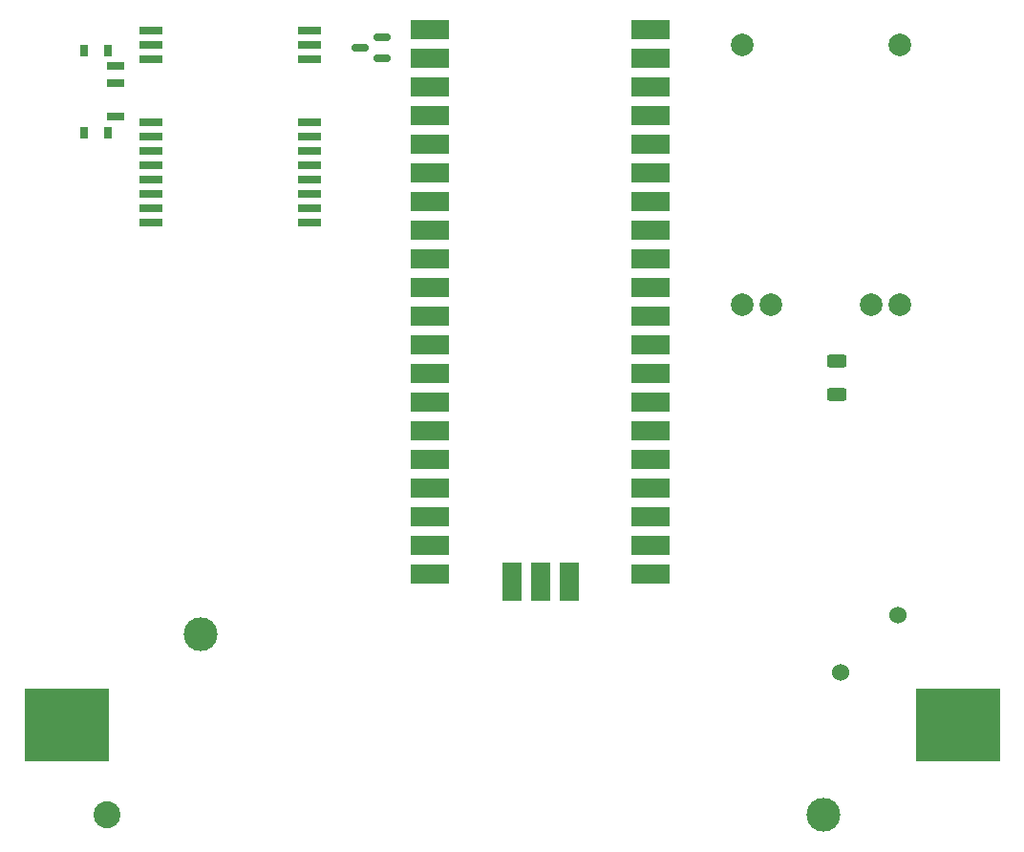
<source format=gbr>
%TF.GenerationSoftware,KiCad,Pcbnew,(6.0.6)*%
%TF.CreationDate,2022-11-03T15:56:01+01:00*%
%TF.ProjectId,Wasbeer-communicator,57617362-6565-4722-9d63-6f6d6d756e69,rev?*%
%TF.SameCoordinates,Original*%
%TF.FileFunction,Soldermask,Bot*%
%TF.FilePolarity,Negative*%
%FSLAX46Y46*%
G04 Gerber Fmt 4.6, Leading zero omitted, Abs format (unit mm)*
G04 Created by KiCad (PCBNEW (6.0.6)) date 2022-11-03 15:56:01*
%MOMM*%
%LPD*%
G01*
G04 APERTURE LIST*
G04 Aperture macros list*
%AMRoundRect*
0 Rectangle with rounded corners*
0 $1 Rounding radius*
0 $2 $3 $4 $5 $6 $7 $8 $9 X,Y pos of 4 corners*
0 Add a 4 corners polygon primitive as box body*
4,1,4,$2,$3,$4,$5,$6,$7,$8,$9,$2,$3,0*
0 Add four circle primitives for the rounded corners*
1,1,$1+$1,$2,$3*
1,1,$1+$1,$4,$5*
1,1,$1+$1,$6,$7*
1,1,$1+$1,$8,$9*
0 Add four rect primitives between the rounded corners*
20,1,$1+$1,$2,$3,$4,$5,0*
20,1,$1+$1,$4,$5,$6,$7,0*
20,1,$1+$1,$6,$7,$8,$9,0*
20,1,$1+$1,$8,$9,$2,$3,0*%
G04 Aperture macros list end*
%ADD10R,0.800000X1.000000*%
%ADD11R,1.500000X0.700000*%
%ADD12C,1.524000*%
%ADD13R,2.000000X0.800000*%
%ADD14C,3.000000*%
%ADD15C,2.390000*%
%ADD16R,7.460000X6.470000*%
%ADD17C,2.000000*%
%ADD18R,3.500000X1.700000*%
%ADD19R,1.700000X3.500000*%
%ADD20RoundRect,0.150000X0.587500X0.150000X-0.587500X0.150000X-0.587500X-0.150000X0.587500X-0.150000X0*%
%ADD21RoundRect,0.250000X-0.625000X0.312500X-0.625000X-0.312500X0.625000X-0.312500X0.625000X0.312500X0*%
G04 APERTURE END LIST*
D10*
%TO.C,SW2*%
X94137500Y-62737500D03*
X94137500Y-70037500D03*
X92037500Y-62737500D03*
X92037500Y-70037500D03*
D11*
X94837500Y-68637500D03*
X94837500Y-65637500D03*
X94837500Y-64137500D03*
%TD*%
D12*
%TO.C,SW1*%
X159080000Y-117920000D03*
X164160000Y-112840000D03*
%TD*%
D13*
%TO.C,IC1*%
X112000000Y-61000000D03*
X112000000Y-62270000D03*
X112000000Y-63540000D03*
X112000000Y-69110000D03*
X112000000Y-70380000D03*
X112000000Y-71650000D03*
X112000000Y-72920000D03*
X112000000Y-74190000D03*
X112000000Y-75460000D03*
X112000000Y-76730000D03*
X112000000Y-78000000D03*
X98000000Y-78000000D03*
X98000000Y-76730000D03*
X98000000Y-75460000D03*
X98000000Y-74190000D03*
X98000000Y-72920000D03*
X98000000Y-71650000D03*
X98000000Y-70380000D03*
X98000000Y-69110000D03*
X98000000Y-63540000D03*
X98000000Y-62270000D03*
X98000000Y-61000000D03*
%TD*%
D14*
%TO.C,BT1*%
X102400000Y-114500000D03*
D15*
X94060000Y-130500000D03*
D14*
X157600000Y-130500000D03*
D16*
X169500000Y-122500000D03*
X90500000Y-122500000D03*
%TD*%
D17*
%TO.C,U1*%
X150405000Y-62245000D03*
X164405000Y-62245000D03*
X150405000Y-85245000D03*
X164405000Y-85245000D03*
X152945000Y-85245000D03*
X161865000Y-85245000D03*
%TD*%
D18*
%TO.C,U2*%
X142290000Y-60870000D03*
X142290000Y-63410000D03*
X142290000Y-65950000D03*
X142290000Y-68490000D03*
X142290000Y-71030000D03*
X142290000Y-73570000D03*
X142290000Y-76110000D03*
X142290000Y-78650000D03*
X142290000Y-81190000D03*
X142290000Y-83730000D03*
X142290000Y-86270000D03*
X142290000Y-88810000D03*
X142290000Y-91350000D03*
X142290000Y-93890000D03*
X142290000Y-96430000D03*
X142290000Y-98970000D03*
X142290000Y-101510000D03*
X142290000Y-104050000D03*
X142290000Y-106590000D03*
X142290000Y-109130000D03*
X122710000Y-109130000D03*
X122710000Y-106590000D03*
X122710000Y-104050000D03*
X122710000Y-101510000D03*
X122710000Y-98970000D03*
X122710000Y-96430000D03*
X122710000Y-93890000D03*
X122710000Y-91350000D03*
X122710000Y-88810000D03*
X122710000Y-86270000D03*
X122710000Y-83730000D03*
X122710000Y-81190000D03*
X122710000Y-78650000D03*
X122710000Y-76110000D03*
X122710000Y-73570000D03*
X122710000Y-71030000D03*
X122710000Y-68490000D03*
X122710000Y-65950000D03*
X122710000Y-63410000D03*
X122710000Y-60870000D03*
D19*
X135040000Y-109800000D03*
X132500000Y-109800000D03*
X129960000Y-109800000D03*
%TD*%
D20*
%TO.C,Q1*%
X118437500Y-61550000D03*
X118437500Y-63450000D03*
X116562500Y-62500000D03*
%TD*%
D21*
%TO.C,R1*%
X158750000Y-90287500D03*
X158750000Y-93212500D03*
%TD*%
M02*

</source>
